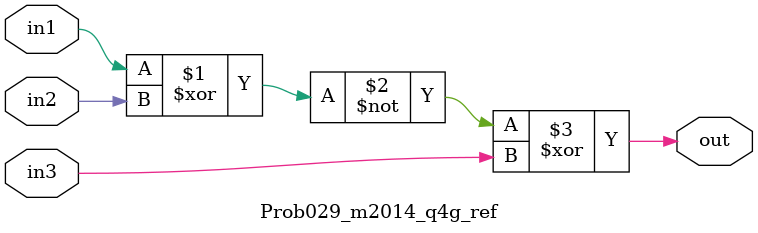
<source format=sv>

module Prob029_m2014_q4g_ref (
  input in1,
  input in2,
  input in3,
  output logic out
);

  assign out = (~(in1 ^ in2)) ^ in3;

endmodule


</source>
